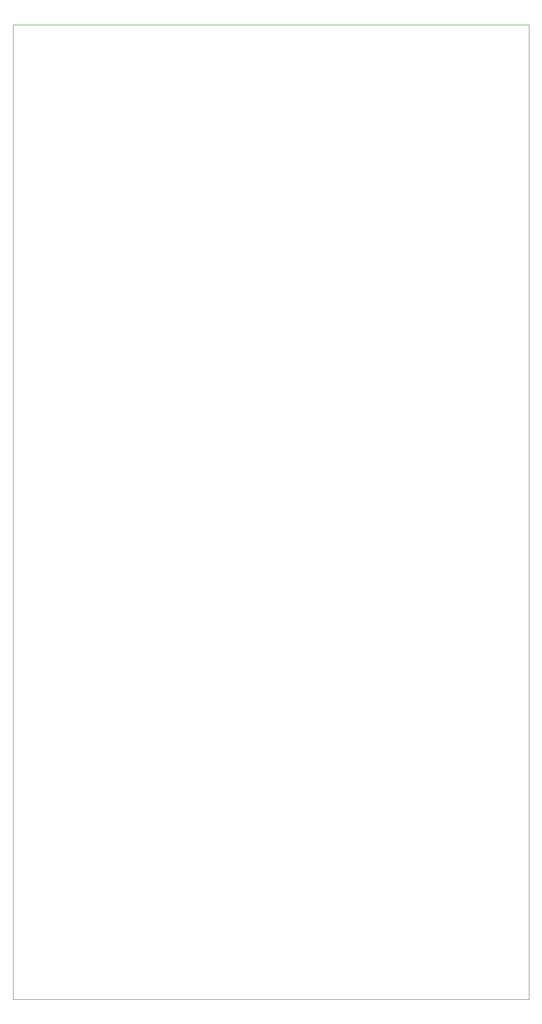
<source format=gm1>
G04 #@! TF.GenerationSoftware,KiCad,Pcbnew,6.0.11-2627ca5db0~126~ubuntu20.04.1*
G04 #@! TF.CreationDate,2023-10-14T11:39:09+02:00*
G04 #@! TF.ProjectId,driverboardAnnax37623,64726976-6572-4626-9f61-7264416e6e61,rev?*
G04 #@! TF.SameCoordinates,Original*
G04 #@! TF.FileFunction,Profile,NP*
%FSLAX46Y46*%
G04 Gerber Fmt 4.6, Leading zero omitted, Abs format (unit mm)*
G04 Created by KiCad (PCBNEW 6.0.11-2627ca5db0~126~ubuntu20.04.1) date 2023-10-14 11:39:09*
%MOMM*%
%LPD*%
G01*
G04 APERTURE LIST*
G04 #@! TA.AperFunction,Profile*
%ADD10C,0.100000*%
G04 #@! TD*
G04 APERTURE END LIST*
D10*
X24765000Y-195580000D02*
X24765000Y-25400000D01*
X114935000Y-25400000D02*
X114935000Y-195580000D01*
X114935000Y-195580000D02*
X24765000Y-195580000D01*
X24765000Y-25400000D02*
X114935000Y-25400000D01*
M02*

</source>
